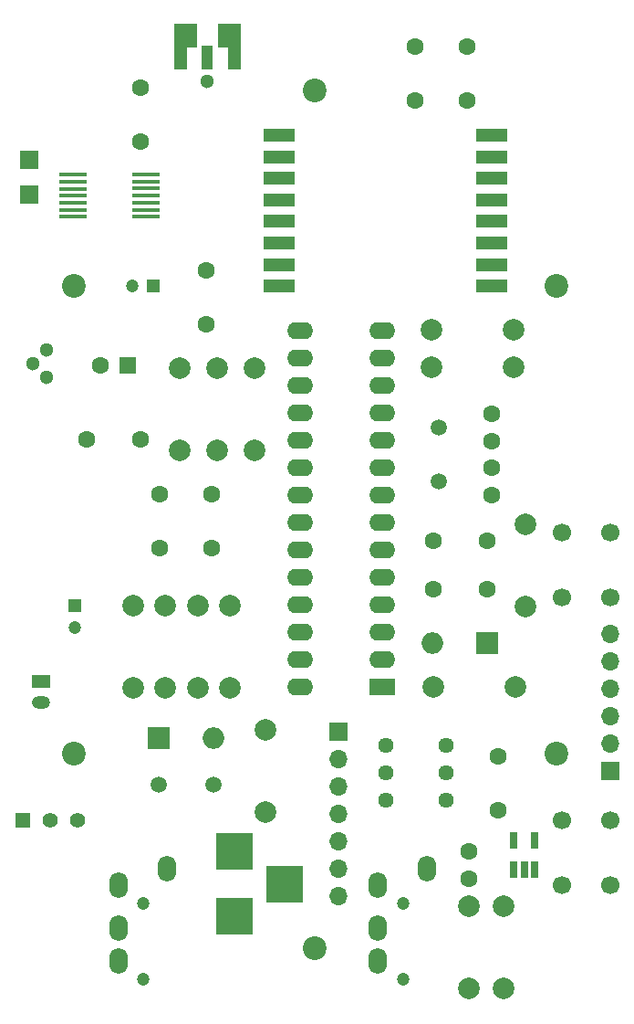
<source format=gts>
G04 #@! TF.FileFunction,Soldermask,Top*
%FSLAX46Y46*%
G04 Gerber Fmt 4.6, Leading zero omitted, Abs format (unit mm)*
G04 Created by KiCad (PCBNEW 4.0.6) date Thursday, 05 October 2017 'PMt' 05:15:57 PM*
%MOMM*%
%LPD*%
G01*
G04 APERTURE LIST*
%ADD10C,0.100000*%
%ADD11C,1.300000*%
%ADD12C,2.200000*%
%ADD13R,2.500000X0.400000*%
%ADD14R,2.500000X0.350000*%
%ADD15C,1.998980*%
%ADD16C,1.600000*%
%ADD17R,2.000000X2.000000*%
%ADD18O,2.000000X2.000000*%
%ADD19R,1.700000X1.200000*%
%ADD20O,1.700000X1.200000*%
%ADD21R,1.397000X1.397000*%
%ADD22C,1.397000*%
%ADD23R,2.400000X1.600000*%
%ADD24O,2.400000X1.600000*%
%ADD25C,1.500000*%
%ADD26R,1.800000X1.750000*%
%ADD27R,1.600000X1.600000*%
%ADD28R,1.200000X1.200000*%
%ADD29C,1.200000*%
%ADD30R,3.000000X1.200000*%
%ADD31R,3.500120X3.500120*%
%ADD32R,1.700000X1.700000*%
%ADD33O,1.700000X1.700000*%
%ADD34R,1.270000X4.200000*%
%ADD35C,1.700000*%
%ADD36R,1.000000X2.250000*%
%ADD37R,1.050000X2.200000*%
%ADD38C,1.501140*%
%ADD39O,1.700000X2.400000*%
%ADD40C,1.440000*%
%ADD41R,0.650000X1.560000*%
G04 APERTURE END LIST*
D10*
D11*
X124430000Y-87530000D03*
X125700000Y-86260000D03*
X125700000Y-88800000D03*
D12*
X128200000Y-123700000D03*
D13*
X128100000Y-70069600D03*
D14*
X128100000Y-70704600D03*
X128100000Y-71365000D03*
X128100000Y-72000000D03*
X128100000Y-72660400D03*
X128100000Y-73308100D03*
D13*
X128100000Y-73955800D03*
X134900000Y-73955800D03*
D14*
X134900000Y-73308100D03*
X134900000Y-72660400D03*
X134900000Y-72000000D03*
X134900000Y-71352300D03*
X134900000Y-70704600D03*
D13*
X134900000Y-70056900D03*
D15*
X161400000Y-84400000D03*
X169020000Y-84400000D03*
D16*
X161600000Y-108500000D03*
X166600000Y-108500000D03*
X161600000Y-104000000D03*
X166600000Y-104000000D03*
X136200000Y-99700000D03*
X136200000Y-104700000D03*
X141000000Y-99700000D03*
X141000000Y-104700000D03*
X159900000Y-58200000D03*
X159900000Y-63200000D03*
D17*
X136100000Y-122300000D03*
D18*
X141180000Y-122300000D03*
D19*
X125200000Y-117000000D03*
D20*
X125200000Y-119000000D03*
D15*
X138000000Y-88000000D03*
X138000000Y-95620000D03*
X141500000Y-95600000D03*
X141500000Y-87980000D03*
X170100000Y-102500000D03*
X170100000Y-110120000D03*
X161600000Y-117500000D03*
X169220000Y-117500000D03*
X169000000Y-87900000D03*
X161380000Y-87900000D03*
X145000000Y-88000000D03*
X145000000Y-95620000D03*
D21*
X123460000Y-129900000D03*
D22*
X126000000Y-129900000D03*
X128540000Y-129900000D03*
D23*
X156800000Y-117500000D03*
D24*
X149180000Y-84480000D03*
X156800000Y-114960000D03*
X149180000Y-87020000D03*
X156800000Y-112420000D03*
X149180000Y-89560000D03*
X156800000Y-109880000D03*
X149180000Y-92100000D03*
X156800000Y-107340000D03*
X149180000Y-94640000D03*
X156800000Y-104800000D03*
X149180000Y-97180000D03*
X156800000Y-102260000D03*
X149180000Y-99720000D03*
X156800000Y-99720000D03*
X149180000Y-102260000D03*
X156800000Y-97180000D03*
X149180000Y-104800000D03*
X156800000Y-94640000D03*
X149180000Y-107340000D03*
X156800000Y-92100000D03*
X149180000Y-109880000D03*
X156800000Y-89560000D03*
X149180000Y-112420000D03*
X156800000Y-87020000D03*
X149180000Y-114960000D03*
X156800000Y-84480000D03*
X149180000Y-117500000D03*
D25*
X162100000Y-98500000D03*
X162100000Y-93500000D03*
D16*
X140500000Y-78900000D03*
X140500000Y-83900000D03*
X134400000Y-62000000D03*
X134400000Y-67000000D03*
D26*
X124100000Y-68675000D03*
X124100000Y-71925000D03*
D16*
X134400000Y-94600000D03*
X129400000Y-94600000D03*
D27*
X133200000Y-87700000D03*
D16*
X130700000Y-87700000D03*
D28*
X135600000Y-80400000D03*
D29*
X133600000Y-80400000D03*
D16*
X164700000Y-58200000D03*
X164700000Y-63200000D03*
D30*
X167000000Y-80400000D03*
X167000000Y-78400000D03*
X167000000Y-76400000D03*
X167000000Y-74400000D03*
X167000000Y-72400000D03*
X167000000Y-70400000D03*
X167000000Y-68400000D03*
X167000000Y-66400000D03*
X147300000Y-66400000D03*
X147300000Y-68400000D03*
X147300000Y-70400000D03*
X147300000Y-72400000D03*
X147300000Y-74400000D03*
X147300000Y-76400000D03*
X147300000Y-78400000D03*
X147300000Y-80400000D03*
D17*
X166600000Y-113500000D03*
D18*
X161520000Y-113500000D03*
D31*
X143100000Y-132799860D03*
X143100000Y-138799340D03*
X147799000Y-135799600D03*
D32*
X178000000Y-125300000D03*
D33*
X178000000Y-122760000D03*
X178000000Y-120220000D03*
X178000000Y-117680000D03*
X178000000Y-115140000D03*
X178000000Y-112600000D03*
D34*
X143100000Y-58200000D03*
X138100000Y-58200000D03*
D16*
X167000000Y-99750000D03*
X167000000Y-97250000D03*
X167000000Y-92250000D03*
X167000000Y-94750000D03*
D35*
X178000000Y-129900000D03*
X178000000Y-135900000D03*
X173500000Y-135900000D03*
X173500000Y-129900000D03*
X178000000Y-103200000D03*
X178000000Y-109200000D03*
X173500000Y-109200000D03*
X173500000Y-103200000D03*
D11*
X140600000Y-61400000D03*
D36*
X140600000Y-59200000D03*
D37*
X142075000Y-57200000D03*
X139125000Y-57200000D03*
D28*
X128300000Y-110000000D03*
D29*
X128300000Y-112000000D03*
D38*
X136060000Y-126600000D03*
X141140000Y-126610160D03*
D29*
X158750000Y-137600000D03*
D39*
X156450000Y-142900000D03*
X156450000Y-135900000D03*
X160950000Y-134400000D03*
X156450000Y-139900000D03*
D29*
X158750000Y-144600000D03*
X134650000Y-137600000D03*
D39*
X132350000Y-142900000D03*
X132350000Y-135900000D03*
X136850000Y-134400000D03*
X132350000Y-139900000D03*
D29*
X134650000Y-144600000D03*
D15*
X146000000Y-121500000D03*
X146000000Y-129120000D03*
X164900000Y-137900000D03*
X164900000Y-145520000D03*
X142700000Y-110000000D03*
X142700000Y-117620000D03*
X133700000Y-117600000D03*
X133700000Y-109980000D03*
X139700000Y-117600000D03*
X139700000Y-109980000D03*
X136700000Y-110000000D03*
X136700000Y-117620000D03*
D40*
X162800000Y-128000000D03*
X162800000Y-125460000D03*
X162800000Y-122920000D03*
X157200000Y-128000000D03*
X157200000Y-125460000D03*
X157200000Y-122920000D03*
D41*
X169050000Y-134450000D03*
X170000000Y-134450000D03*
X170950000Y-134450000D03*
X170950000Y-131750000D03*
X169050000Y-131750000D03*
D16*
X167600000Y-129000000D03*
X167600000Y-124000000D03*
X164900000Y-135300000D03*
X164900000Y-132800000D03*
D32*
X152800000Y-121700000D03*
D33*
X152800000Y-124240000D03*
X152800000Y-126780000D03*
X152800000Y-129320000D03*
X152800000Y-131860000D03*
X152800000Y-134400000D03*
X152800000Y-136940000D03*
D12*
X173000000Y-80400000D03*
X173000000Y-123700000D03*
X128200000Y-80400000D03*
X150600000Y-62250000D03*
X150600000Y-141750000D03*
D15*
X168100000Y-137900000D03*
X168100000Y-145520000D03*
M02*

</source>
